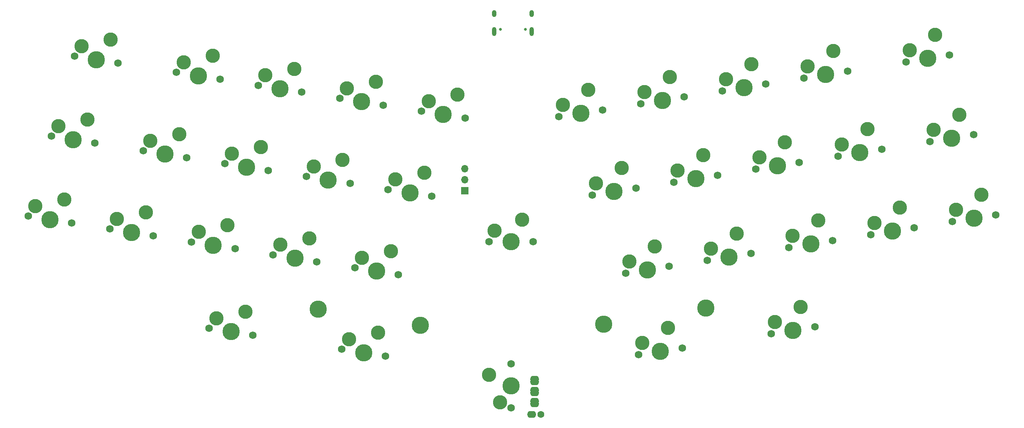
<source format=gbr>
%TF.GenerationSoftware,KiCad,Pcbnew,(7.0.0)*%
%TF.CreationDate,2024-04-21T17:58:07+02:00*%
%TF.ProjectId,clops,636c6f70-732e-46b6-9963-61645f706362,rev?*%
%TF.SameCoordinates,Original*%
%TF.FileFunction,Soldermask,Top*%
%TF.FilePolarity,Negative*%
%FSLAX46Y46*%
G04 Gerber Fmt 4.6, Leading zero omitted, Abs format (unit mm)*
G04 Created by KiCad (PCBNEW (7.0.0)) date 2024-04-21 17:58:07*
%MOMM*%
%LPD*%
G01*
G04 APERTURE LIST*
%ADD10C,3.987800*%
%ADD11R,1.700000X1.700000*%
%ADD12O,1.700000X1.700000*%
%ADD13O,2.100000X1.600000*%
%ADD14C,1.600000*%
%ADD15C,1.750000*%
%ADD16C,3.300000*%
%ADD17C,0.650000*%
%ADD18O,1.000000X1.600000*%
%ADD19O,1.000000X2.100000*%
G04 APERTURE END LIST*
D10*
%TO.C,S1*%
X127491378Y-102700712D03*
X103972049Y-98975616D03*
%TD*%
D11*
%TO.C,SWD1*%
X137715624Y-71596249D03*
D12*
X137715624Y-69056249D03*
X137715624Y-66516249D03*
%TD*%
D13*
%TO.C,EN1*%
X153806249Y-120753249D03*
X153806249Y-120229249D03*
X153806249Y-118213249D03*
X153806249Y-117689249D03*
X153806249Y-115673249D03*
X153806249Y-115149249D03*
D14*
X155281250Y-123229250D03*
D13*
X153181249Y-123229249D03*
%TD*%
D10*
%TO.C,S2*%
X193289281Y-98673519D03*
X169769952Y-102398615D03*
%TD*%
D15*
%TO.C,MX9*%
X225936365Y-43998026D03*
D10*
X220918908Y-44792713D03*
D15*
X215901451Y-45587400D03*
D16*
X216758472Y-42880000D03*
X222632949Y-39377913D03*
%TD*%
D15*
%TO.C,MX36*%
X218413064Y-103051982D03*
D10*
X213395607Y-103846669D03*
D15*
X208378150Y-104641356D03*
D16*
X209235171Y-101933956D03*
X215109648Y-98431869D03*
%TD*%
D15*
%TO.C,MX20*%
X254975858Y-58686083D03*
D10*
X249958401Y-59480770D03*
D15*
X244940944Y-60275457D03*
D16*
X245797965Y-57568057D03*
X251672442Y-54065970D03*
%TD*%
D15*
%TO.C,MX31*%
X88879701Y-104941162D03*
D10*
X83862244Y-104146475D03*
D15*
X78844787Y-103351788D03*
D16*
X80496495Y-101041731D03*
X87165659Y-99526362D03*
%TD*%
D15*
%TO.C,MX15*%
X130118847Y-72897880D03*
D10*
X125101390Y-72103193D03*
D15*
X120083933Y-71308506D03*
D16*
X121735641Y-68998449D03*
X128404805Y-67483080D03*
%TD*%
D15*
%TO.C,MX5*%
X137802789Y-54827436D03*
D10*
X132785332Y-54032749D03*
D15*
X127767875Y-53238062D03*
D16*
X129419583Y-50928005D03*
X136088747Y-49412636D03*
%TD*%
D15*
%TO.C,MX29*%
X241304250Y-80138914D03*
D10*
X236286793Y-80933601D03*
D15*
X231269336Y-81728288D03*
D16*
X232126357Y-79020888D03*
X238000834Y-75518801D03*
%TD*%
D15*
%TO.C,MX34*%
X148431250Y-111601250D03*
D10*
X148431250Y-116681250D03*
D15*
X148431250Y-121761250D03*
D16*
X145891250Y-120491250D03*
X143351250Y-114141250D03*
%TD*%
D15*
%TO.C,MX26*%
X184857861Y-89079144D03*
D10*
X179840404Y-89873831D03*
D15*
X174822947Y-90668518D03*
D16*
X175679968Y-87961118D03*
X181554445Y-84459031D03*
%TD*%
D15*
%TO.C,MX21*%
X47173053Y-79048018D03*
D10*
X42155596Y-78253331D03*
D15*
X37138139Y-77458644D03*
D16*
X38789847Y-75148587D03*
X45459011Y-73633218D03*
%TD*%
D15*
%TO.C,MX25*%
X122434904Y-90968324D03*
D10*
X117417447Y-90173637D03*
D15*
X112399990Y-89378950D03*
D16*
X114051698Y-87068893D03*
X120720862Y-85553524D03*
%TD*%
D15*
%TO.C,MX3*%
X100171863Y-48867283D03*
D10*
X95154406Y-48072596D03*
D15*
X90136949Y-47277909D03*
D16*
X91788657Y-44967852D03*
X98457821Y-43452483D03*
%TD*%
D15*
%TO.C,MX10*%
X249455694Y-40272931D03*
D10*
X244438237Y-41067618D03*
D15*
X239420780Y-41862305D03*
D16*
X240277801Y-39154905D03*
X246152278Y-35652818D03*
%TD*%
D15*
%TO.C,MX35*%
X187837938Y-107894607D03*
D10*
X182820481Y-108689294D03*
D15*
X177803024Y-109483981D03*
D16*
X178660045Y-106776581D03*
X184534522Y-103274494D03*
%TD*%
D15*
%TO.C,MX23*%
X84803978Y-85008171D03*
D10*
X79786521Y-84213484D03*
D15*
X74769064Y-83418797D03*
D16*
X76420772Y-81108740D03*
X83089936Y-79593371D03*
%TD*%
D15*
%TO.C,MX14*%
X111303384Y-69917804D03*
D10*
X106285927Y-69123117D03*
D15*
X101268470Y-68328430D03*
D16*
X102920178Y-66018373D03*
X109589342Y-64503004D03*
%TD*%
D15*
%TO.C,MX33*%
X153511250Y-83343750D03*
D10*
X148431250Y-83343750D03*
D15*
X143351250Y-83343750D03*
D16*
X144621250Y-80803750D03*
X150971250Y-78263750D03*
%TD*%
D15*
%TO.C,MX2*%
X81356400Y-45887207D03*
D10*
X76338943Y-45092520D03*
D15*
X71321486Y-44297833D03*
D16*
X72973194Y-41987776D03*
X79642358Y-40472407D03*
%TD*%
D15*
%TO.C,MX6*%
X169489977Y-52938256D03*
D10*
X164472520Y-53732943D03*
D15*
X159455063Y-54527630D03*
D16*
X160312084Y-51820230D03*
X166186561Y-48318143D03*
%TD*%
D15*
%TO.C,MX19*%
X233808462Y-62038669D03*
D10*
X228791005Y-62833356D03*
D15*
X223773548Y-63628043D03*
D16*
X224630569Y-60920643D03*
X230505046Y-57418556D03*
%TD*%
D15*
%TO.C,MX24*%
X103619441Y-87988247D03*
D10*
X98601984Y-87193560D03*
D15*
X93584527Y-86398873D03*
D16*
X95236235Y-84088816D03*
X101905399Y-82573447D03*
%TD*%
D15*
%TO.C,MX18*%
X214804844Y-65048547D03*
D10*
X209787387Y-65843234D03*
D15*
X204769930Y-66637921D03*
D16*
X205626951Y-63930521D03*
X211501428Y-60428434D03*
%TD*%
D15*
%TO.C,MX30*%
X260119713Y-77158837D03*
D10*
X255102256Y-77953524D03*
D15*
X250084799Y-78748211D03*
D16*
X250941820Y-76040811D03*
X256816297Y-72538724D03*
%TD*%
D15*
%TO.C,MX16*%
X177173919Y-71008700D03*
D10*
X172156462Y-71803387D03*
D15*
X167139005Y-72598074D03*
D16*
X167996026Y-69890674D03*
X173870503Y-66388587D03*
%TD*%
D15*
%TO.C,MX8*%
X207120902Y-46978103D03*
D10*
X202103445Y-47772790D03*
D15*
X197085988Y-48567477D03*
D16*
X197943009Y-45860077D03*
X203817486Y-42357990D03*
%TD*%
D15*
%TO.C,MX32*%
X119454828Y-109783787D03*
D10*
X114437371Y-108989100D03*
D15*
X109419914Y-108194413D03*
D16*
X111071622Y-105884356D03*
X117740786Y-104368987D03*
%TD*%
D15*
%TO.C,MX4*%
X118987326Y-51847360D03*
D10*
X113969869Y-51052673D03*
D15*
X108952412Y-50257986D03*
D16*
X110604120Y-47947929D03*
X117273284Y-46432560D03*
%TD*%
D15*
%TO.C,MX17*%
X195989382Y-68028623D03*
D10*
X190971925Y-68823310D03*
D15*
X185954468Y-69617997D03*
D16*
X186811489Y-66910597D03*
X192685966Y-63408510D03*
%TD*%
D15*
%TO.C,MX27*%
X203673324Y-86099067D03*
D10*
X198655867Y-86893754D03*
D15*
X193638410Y-87688441D03*
D16*
X194495431Y-84981041D03*
X200369908Y-81478954D03*
%TD*%
D15*
%TO.C,MX7*%
X188305440Y-49958180D03*
D10*
X183287983Y-50752867D03*
D15*
X178270526Y-51547554D03*
D16*
X179127547Y-48840154D03*
X185002024Y-45338067D03*
%TD*%
D17*
%TO.C,J1*%
X145938125Y-34350000D03*
X151718125Y-34350000D03*
D18*
X144508124Y-30699999D03*
D19*
X144508124Y-34879999D03*
D18*
X153148124Y-30699999D03*
D19*
X153148124Y-34879999D03*
%TD*%
D15*
%TO.C,MX13*%
X92487921Y-66937727D03*
D10*
X87470464Y-66143040D03*
D15*
X82453007Y-65348353D03*
D16*
X84104715Y-63038296D03*
X90773879Y-61522927D03*
%TD*%
D15*
%TO.C,MX12*%
X73672458Y-63957650D03*
D10*
X68655001Y-63162963D03*
D15*
X63637544Y-62368276D03*
D16*
X65289252Y-60058219D03*
X71958416Y-58542850D03*
%TD*%
D15*
%TO.C,MX11*%
X52505062Y-60605064D03*
D10*
X47487605Y-59810377D03*
D15*
X42470148Y-59015690D03*
D16*
X44121856Y-56705633D03*
X50791020Y-55190264D03*
%TD*%
D15*
%TO.C,MX28*%
X222488786Y-83118991D03*
D10*
X217471329Y-83913678D03*
D15*
X212453872Y-84708365D03*
D16*
X213310893Y-82000965D03*
X219185370Y-78498878D03*
%TD*%
D15*
%TO.C,MX22*%
X65988516Y-82028094D03*
D10*
X60971059Y-81233407D03*
D15*
X55953602Y-80438720D03*
D16*
X57605310Y-78128663D03*
X64274474Y-76613294D03*
%TD*%
D15*
%TO.C,MX1*%
X57837072Y-42162111D03*
D10*
X52819615Y-41367424D03*
D15*
X47802158Y-40572737D03*
D16*
X49453866Y-38262680D03*
X56123030Y-36747311D03*
%TD*%
M02*

</source>
